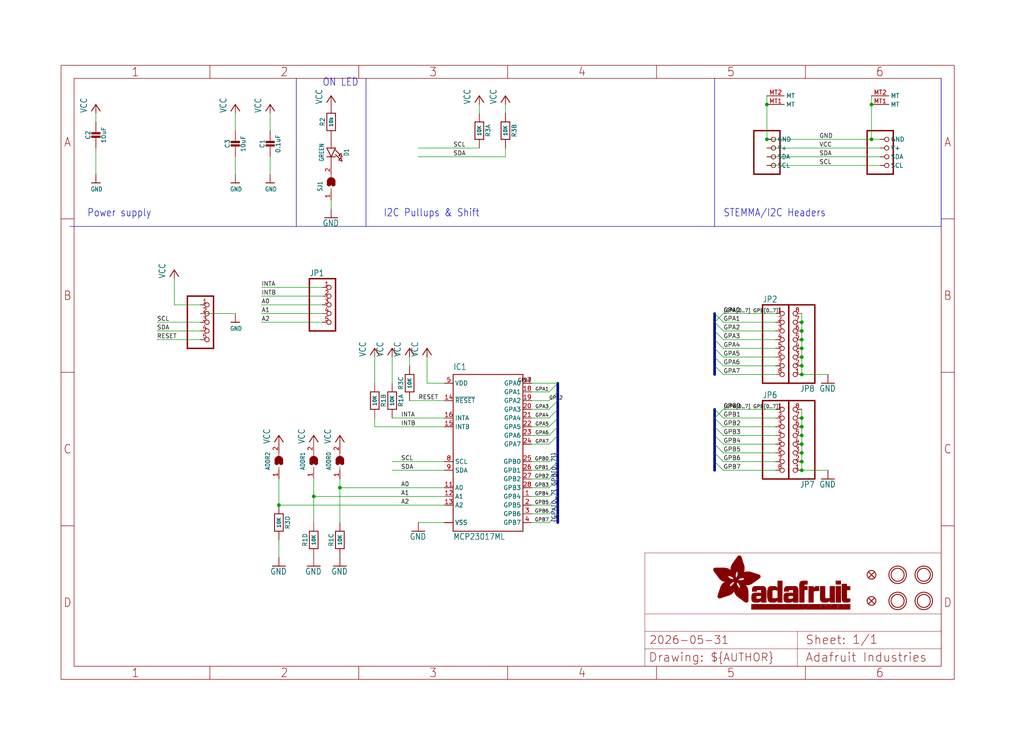
<source format=kicad_sch>
(kicad_sch (version 20230121) (generator eeschema)
  (paper "User" 298.45 217.322)
  (lib_symbols
    (symbol "working-eagle-import:CAP_CERAMIC0603_NO"
      (property "Reference" "C" (at -2.29 1.25 90))
      (symbol "CAP_CERAMIC0603_NO_1_0"
        (pin passive line (at 0 5.08 270) (length 2.54) (name "1") (number "1"))
        (pin passive line (at 0 -2.54 90) (length 2.54) (name "2") (number "2"))
      )
    )
    (symbol "working-eagle-import:CAP_CERAMIC0805-NOOUTLINE"
      (property "Reference" "C" (at -2.29 1.25 90))
      (symbol "CAP_CERAMIC0805-NOOUTLINE_1_0"
        (pin passive line (at 0 5.08 270) (length 2.54) (name "1") (number "1"))
        (pin passive line (at 0 -2.54 90) (length 2.54) (name "2") (number "2"))
      )
    )
    (symbol "working-eagle-import:FIDUCIAL_1MM")
    (symbol "working-eagle-import:FRAME_A4_ADAFRUIT"
      (symbol "FRAME_A4_ADAFRUIT_1_0"
        (text "${#}/${##}" (at 230.505 10.16 0) (effects (font (size 2.54 2.54)) (justify left bottom)))
        (text "${AUTHOR}" (at 189.23 5.08 0) (effects (font (size 2.286 2.286)) (justify left bottom)))
        (text "${CURRENT_DATE}" (at 171.45 10.16 0) (effects (font (size 2.286 2.286)) (justify left bottom)))
        (text "${PROJECTNAME}" (at 171.45 15.24 0) (effects (font (size 2.54 2.54)) (justify left bottom)))
        (text "1" (at 21.6958 1.905 0) (effects (font (size 2.54 2.286))))
        (text "1" (at 21.6958 177.165 0) (effects (font (size 2.54 2.286))))
        (text "2" (at 65.0875 1.905 0) (effects (font (size 2.54 2.286))))
        (text "2" (at 65.0875 177.165 0) (effects (font (size 2.54 2.286))))
        (text "3" (at 108.4792 1.905 0) (effects (font (size 2.54 2.286))))
        (text "3" (at 108.4792 177.165 0) (effects (font (size 2.54 2.286))))
        (text "4" (at 151.8708 1.905 0) (effects (font (size 2.54 2.286))))
        (text "4" (at 151.8708 177.165 0) (effects (font (size 2.54 2.286))))
        (text "5" (at 195.2625 1.905 0) (effects (font (size 2.54 2.286))))
        (text "5" (at 195.2625 177.165 0) (effects (font (size 2.54 2.286))))
        (text "6" (at 238.6542 1.905 0) (effects (font (size 2.54 2.286))))
        (text "6" (at 238.6542 177.165 0) (effects (font (size 2.54 2.286))))
        (text "A" (at 1.905 156.6863 0) (effects (font (size 2.54 2.286))))
        (text "A" (at 258.445 156.6863 0) (effects (font (size 2.54 2.286))))
        (text "Adafruit Industries" (at 216.916 4.953 0) (effects (font (size 2.54 2.54)) (justify left bottom)))
        (text "B" (at 1.905 111.9188 0) (effects (font (size 2.54 2.286))))
        (text "B" (at 258.445 111.9188 0) (effects (font (size 2.54 2.286))))
        (text "C" (at 1.905 67.1513 0) (effects (font (size 2.54 2.286))))
        (text "C" (at 258.445 67.1513 0) (effects (font (size 2.54 2.286))))
        (text "D" (at 1.905 22.3838 0) (effects (font (size 2.54 2.286))))
        (text "D" (at 258.445 22.3838 0) (effects (font (size 2.54 2.286))))
        (text "Drawing:" (at 171.196 4.953 0) (effects (font (size 2.54 2.54)) (justify left bottom)))
        (text "Sheet:" (at 216.916 10.033 0) (effects (font (size 2.54 2.54)) (justify left bottom)))
      )
    )
    (symbol "working-eagle-import:GND" (power)
      (property "Value" "GND" (at -1.524 -2.54 0))
      (symbol "GND_1_0"
        (pin power_in line (at 0 2.54 270) (length 2.54) (name "GND") (number "1"))
      )
    )
    (symbol "working-eagle-import:HEADER-1X570MIL"
      (property "Reference" "JP" (at -6.35 8.255 0))
      (symbol "HEADER-1X570MIL_1_0"
        (pin passive inverted (at -2.54 5.08 0) (length 2.54) (name "1") (number "1"))
        (pin passive inverted (at -2.54 2.54 0) (length 2.54) (name "2") (number "2"))
        (pin passive inverted (at -2.54 0 0) (length 2.54) (name "3") (number "3"))
        (pin passive inverted (at -2.54 -2.54 0) (length 2.54) (name "4") (number "4"))
        (pin passive inverted (at -2.54 -5.08 0) (length 2.54) (name "5") (number "5"))
      )
    )
    (symbol "working-eagle-import:HEADER-1X870MIL"
      (property "Reference" "JP" (at -6.35 13.335 0))
      (symbol "HEADER-1X870MIL_1_0"
        (pin passive inverted (at -2.54 10.16 0) (length 2.54) (name "1") (number "1"))
        (pin passive inverted (at -2.54 7.62 0) (length 2.54) (name "2") (number "2"))
        (pin passive inverted (at -2.54 5.08 0) (length 2.54) (name "3") (number "3"))
        (pin passive inverted (at -2.54 2.54 0) (length 2.54) (name "4") (number "4"))
        (pin passive inverted (at -2.54 0 0) (length 2.54) (name "5") (number "5"))
        (pin passive inverted (at -2.54 -2.54 0) (length 2.54) (name "6") (number "6"))
        (pin passive inverted (at -2.54 -5.08 0) (length 2.54) (name "7") (number "7"))
        (pin passive inverted (at -2.54 -7.62 0) (length 2.54) (name "8") (number "8"))
      )
    )
    (symbol "working-eagle-import:LED0603_NOOUTLINE"
      (property "Reference" "D" (at -1.27 4.445 0))
      (symbol "LED0603_NOOUTLINE_1_0"
        (pin passive line (at -5.08 0 0) (length 2.54) (name "A") (number "A"))
        (pin passive line (at 2.54 0 180) (length 2.54) (name "C") (number "C"))
      )
    )
    (symbol "working-eagle-import:MCP23017ML"
      (property "Reference" "IC" (at -10.16 24.13 0))
      (symbol "MCP23017ML_1_0"
        (pin bidirectional line (at 12.7 -12.7 180) (length 2.54) (name "GPB4") (number "1"))
        (pin input line (at -12.7 -10.16 0) (length 2.54) (name "A0") (number "11"))
        (pin input line (at -12.7 -12.7 0) (length 2.54) (name "A1") (number "12"))
        (pin input line (at -12.7 -15.24 0) (length 2.54) (name "A2") (number "13"))
        (pin input line (at -12.7 15.24 0) (length 2.54) (name "~{RESET}") (number "14"))
        (pin output line (at -12.7 7.62 0) (length 2.54) (name "INTB") (number "15"))
        (pin output line (at -12.7 10.16 0) (length 2.54) (name "INTA") (number "16"))
        (pin bidirectional line (at 12.7 20.32 180) (length 2.54) (name "GPA0") (number "17"))
        (pin bidirectional line (at 12.7 17.78 180) (length 2.54) (name "GPA1") (number "18"))
        (pin bidirectional line (at 12.7 15.24 180) (length 2.54) (name "GPA2") (number "19"))
        (pin bidirectional line (at 12.7 -15.24 180) (length 2.54) (name "GPB5") (number "2"))
        (pin bidirectional line (at 12.7 12.7 180) (length 2.54) (name "GPA3") (number "20"))
        (pin bidirectional line (at 12.7 10.16 180) (length 2.54) (name "GPA4") (number "21"))
        (pin bidirectional line (at 12.7 7.62 180) (length 2.54) (name "GPA5") (number "22"))
        (pin bidirectional line (at 12.7 5.08 180) (length 2.54) (name "GPA6") (number "23"))
        (pin bidirectional line (at 12.7 2.54 180) (length 2.54) (name "GPA7") (number "24"))
        (pin bidirectional line (at 12.7 -2.54 180) (length 2.54) (name "GPB0") (number "25"))
        (pin bidirectional line (at 12.7 -5.08 180) (length 2.54) (name "GPB1") (number "26"))
        (pin bidirectional line (at 12.7 -7.62 180) (length 2.54) (name "GPB2") (number "27"))
        (pin bidirectional line (at 12.7 -10.16 180) (length 2.54) (name "GPB3") (number "28"))
        (pin bidirectional line (at 12.7 -17.78 180) (length 2.54) (name "GPB6") (number "3"))
        (pin bidirectional line (at 12.7 -20.32 180) (length 2.54) (name "GPB7") (number "4"))
        (pin power_in line (at -12.7 20.32 0) (length 2.54) (name "VDD") (number "5"))
        (pin power_in line (at -12.7 -20.32 0) (length 2.54) (name "VSS") (number "6"))
        (pin input line (at -12.7 -2.54 0) (length 2.54) (name "SCL") (number "8"))
        (pin bidirectional line (at -12.7 -5.08 0) (length 2.54) (name "SDA") (number "9"))
        (pin power_in line (at -12.7 -20.32 0) (length 2.54) (name "VSS") (number "EXP"))
      )
    )
    (symbol "working-eagle-import:MOUNTINGHOLE2.5")
    (symbol "working-eagle-import:RESISTOR_0603_NOOUT"
      (property "Reference" "R" (at 0 2.54 0))
      (symbol "RESISTOR_0603_NOOUT_1_0"
        (pin passive line (at -5.08 0 0) (length 2.54) (name "1") (number "1"))
        (pin passive line (at 5.08 0 180) (length 2.54) (name "2") (number "2"))
      )
    )
    (symbol "working-eagle-import:RESISTOR_4PACK"
      (property "Reference" "R" (at 0 2.54 0))
      (symbol "RESISTOR_4PACK_1_0"
        (pin passive line (at -5.08 0 0) (length 2.54) (name "1") (number "1"))
        (pin passive line (at 5.08 0 180) (length 2.54) (name "2") (number "8"))
      )
      (symbol "RESISTOR_4PACK_2_0"
        (pin passive line (at -5.08 0 0) (length 2.54) (name "1") (number "2"))
        (pin passive line (at 5.08 0 180) (length 2.54) (name "2") (number "7"))
      )
      (symbol "RESISTOR_4PACK_3_0"
        (pin passive line (at -5.08 0 0) (length 2.54) (name "1") (number "3"))
        (pin passive line (at 5.08 0 180) (length 2.54) (name "2") (number "6"))
      )
      (symbol "RESISTOR_4PACK_4_0"
        (pin passive line (at -5.08 0 0) (length 2.54) (name "1") (number "4"))
        (pin passive line (at 5.08 0 180) (length 2.54) (name "2") (number "5"))
      )
    )
    (symbol "working-eagle-import:SOLDERJUMPER"
      (property "Reference" "SJ" (at -2.54 2.54 0))
      (symbol "SOLDERJUMPER_1_0"
        (pin passive line (at -5.08 0 0) (length 2.54) (name "1") (number "1"))
        (pin passive line (at 5.08 0 180) (length 2.54) (name "2") (number "2"))
      )
    )
    (symbol "working-eagle-import:SOLDERJUMPERCLOSED"
      (property "Reference" "SJ" (at -2.54 2.54 0))
      (symbol "SOLDERJUMPERCLOSED_1_0"
        (pin passive line (at -5.08 0 0) (length 2.54) (name "1") (number "1"))
        (pin passive line (at 5.08 0 180) (length 2.54) (name "2") (number "2"))
      )
    )
    (symbol "working-eagle-import:STEMMA_I2C_QT"
      (symbol "STEMMA_I2C_QT_1_0"
        (pin passive inverted (at 0 5.08 0) (length 2.54) (name "GND") (number "1"))
        (pin passive inverted (at 0 2.54 0) (length 2.54) (name "V+") (number "2"))
        (pin passive inverted (at 0 0 0) (length 2.54) (name "SDA") (number "3"))
        (pin passive inverted (at 0 -2.54 0) (length 2.54) (name "SCL") (number "4"))
      )
      (symbol "STEMMA_I2C_QT_2_0"
        (pin bidirectional line (at 0 0 0) (length 5.08) (name "MT") (number "MT1"))
      )
      (symbol "STEMMA_I2C_QT_3_0"
        (pin bidirectional line (at 0 0 0) (length 5.08) (name "MT") (number "MT2"))
      )
    )
    (symbol "working-eagle-import:VCC" (power)
      (property "Value" "VCC" (at -2.54 -2.54 90))
      (symbol "VCC_1_0"
        (pin power_in line (at 0 -2.54 90) (length 2.54) (name "VCC") (number "1"))
      )
    )
    (symbol "working-eagle-import:supply1_GND" (power)
      (property "Value" "supply1_GND" (at -2.54 -2.54 0))
      (symbol "supply1_GND_1_0"
        (pin power_in line (at 0 2.54 270) (length 2.54) (name "GND") (number "1"))
      )
    )
  )
  (junction (at 233.68 121.92))
  (junction (at 223.52 40.64))
  (junction (at 233.68 137.16))
  (junction (at 233.68 101.6))
  (junction (at 91.44 144.78))
  (junction (at 81.28 147.32))
  (junction (at 233.68 109.22))
  (junction (at 99.06 142.24))
  (junction (at 233.68 127))
  (junction (at 233.68 104.14))
  (junction (at 254 40.64))
  (junction (at 233.68 132.08))
  (junction (at 233.68 99.06))
  (junction (at 233.68 129.54))
  (junction (at 233.68 93.98))
  (junction (at 254 30.48))
  (junction (at 233.68 106.68))
  (junction (at 223.52 30.48))
  (junction (at 233.68 124.46))
  (junction (at 233.68 134.62))
  (junction (at 233.68 96.52))
  (bus_entry (at 210.82 119.38) (size -2.54 2.54))
  (bus_entry (at 160.02 119.38) (size 2.54 -2.54))
  (bus_entry (at 210.82 96.52) (size -2.54 -2.54))
  (bus_entry (at 160.02 149.86) (size 2.54 -2.54))
  (bus_entry (at 210.82 109.22) (size -2.54 -2.54))
  (bus_entry (at 210.82 93.98) (size -2.54 -2.54))
  (bus_entry (at 160.02 147.32) (size 2.54 -2.54))
  (bus_entry (at 210.82 134.62) (size -2.54 -2.54))
  (bus_entry (at 210.82 91.44) (size -2.54 2.54))
  (bus_entry (at 210.82 127) (size -2.54 -2.54))
  (bus_entry (at 160.02 116.84) (size 2.54 -2.54))
  (bus_entry (at 160.02 144.78) (size 2.54 -2.54))
  (bus_entry (at 160.02 137.16) (size 2.54 -2.54))
  (bus_entry (at 160.02 114.3) (size 2.54 -2.54))
  (bus_entry (at 160.02 127) (size 2.54 -2.54))
  (bus_entry (at 210.82 132.08) (size -2.54 -2.54))
  (bus_entry (at 210.82 99.06) (size -2.54 -2.54))
  (bus_entry (at 210.82 104.14) (size -2.54 -2.54))
  (bus_entry (at 160.02 152.4) (size 2.54 -2.54))
  (bus_entry (at 210.82 101.6) (size -2.54 -2.54))
  (bus_entry (at 210.82 129.54) (size -2.54 -2.54))
  (bus_entry (at 210.82 124.46) (size -2.54 -2.54))
  (bus_entry (at 160.02 139.7) (size 2.54 -2.54))
  (bus_entry (at 210.82 106.68) (size -2.54 -2.54))
  (bus_entry (at 160.02 124.46) (size 2.54 -2.54))
  (bus_entry (at 160.02 142.24) (size 2.54 -2.54))
  (bus_entry (at 160.02 134.62) (size 2.54 -2.54))
  (bus_entry (at 210.82 121.92) (size -2.54 -2.54))
  (bus_entry (at 160.02 121.92) (size 2.54 -2.54))
  (bus_entry (at 210.82 137.16) (size -2.54 -2.54))
  (bus_entry (at 160.02 129.54) (size 2.54 -2.54))
  (bus (pts (xy 208.28 127) (xy 208.28 129.54)) (stroke (width 0.762)))
  (wire (pts (xy 58.42 99.06) (xy 45.72 99.06)) (stroke (width 0.1524)))
  (polyline (pts (xy 86.36 66.04) (xy 106.68 66.04)) (stroke (width 0.1524) (type solid)))
  (wire (pts (xy 99.06 142.24) (xy 99.06 139.7)) (stroke (width 0.1524)))
  (bus (pts (xy 162.56 114.3) (xy 162.56 116.84)) (stroke (width 0.762)))
  (wire (pts (xy 154.94 149.86) (xy 160.02 149.86)) (stroke (width 0.1524)))
  (wire (pts (xy 129.54 144.78) (xy 91.44 144.78)) (stroke (width 0.1524)))
  (wire (pts (xy 154.94 124.46) (xy 160.02 124.46)) (stroke (width 0.1524)))
  (wire (pts (xy 76.2 86.36) (xy 93.98 86.36)) (stroke (width 0.1524)))
  (bus (pts (xy 208.28 119.38) (xy 208.28 121.92)) (stroke (width 0.762)))
  (wire (pts (xy 233.68 96.52) (xy 233.68 93.98)) (stroke (width 0.1524)))
  (wire (pts (xy 210.82 134.62) (xy 226.06 134.62)) (stroke (width 0.1524)))
  (wire (pts (xy 256.54 45.72) (xy 223.52 45.72)) (stroke (width 0.1524)))
  (polyline (pts (xy 106.68 66.04) (xy 208.28 66.04)) (stroke (width 0.1524) (type solid)))
  (wire (pts (xy 210.82 106.68) (xy 226.06 106.68)) (stroke (width 0.1524)))
  (bus (pts (xy 162.56 144.78) (xy 162.56 147.32)) (stroke (width 0.762)))
  (bus (pts (xy 162.56 134.62) (xy 162.56 137.16)) (stroke (width 0.762)))
  (bus (pts (xy 162.56 137.16) (xy 162.56 139.7)) (stroke (width 0.762)))
  (wire (pts (xy 233.68 99.06) (xy 233.68 96.52)) (stroke (width 0.1524)))
  (wire (pts (xy 58.42 96.52) (xy 45.72 96.52)) (stroke (width 0.1524)))
  (wire (pts (xy 27.94 50.8) (xy 27.94 43.18)) (stroke (width 0.1524)))
  (wire (pts (xy 210.82 127) (xy 226.06 127)) (stroke (width 0.1524)))
  (wire (pts (xy 226.06 96.52) (xy 210.82 96.52)) (stroke (width 0.1524)))
  (wire (pts (xy 124.46 111.76) (xy 124.46 104.14)) (stroke (width 0.1524)))
  (wire (pts (xy 223.52 30.48) (xy 223.52 40.64)) (stroke (width 0.1524)))
  (wire (pts (xy 147.32 45.72) (xy 121.92 45.72)) (stroke (width 0.1524)))
  (wire (pts (xy 99.06 152.4) (xy 99.06 142.24)) (stroke (width 0.1524)))
  (wire (pts (xy 78.74 33.02) (xy 78.74 38.1)) (stroke (width 0.1524)))
  (wire (pts (xy 68.58 45.72) (xy 68.58 50.8)) (stroke (width 0.1524)))
  (wire (pts (xy 147.32 43.18) (xy 147.32 45.72)) (stroke (width 0.1524)))
  (bus (pts (xy 162.56 119.38) (xy 162.56 121.92)) (stroke (width 0.762)))
  (wire (pts (xy 114.3 104.14) (xy 114.3 111.76)) (stroke (width 0.1524)))
  (wire (pts (xy 210.82 99.06) (xy 226.06 99.06)) (stroke (width 0.1524)))
  (wire (pts (xy 129.54 116.84) (xy 119.38 116.84)) (stroke (width 0.1524)))
  (wire (pts (xy 154.94 147.32) (xy 160.02 147.32)) (stroke (width 0.1524)))
  (bus (pts (xy 162.56 147.32) (xy 162.56 149.86)) (stroke (width 0.762)))
  (wire (pts (xy 210.82 93.98) (xy 226.06 93.98)) (stroke (width 0.1524)))
  (bus (pts (xy 208.28 96.52) (xy 208.28 99.06)) (stroke (width 0.762)))
  (wire (pts (xy 210.82 137.16) (xy 226.06 137.16)) (stroke (width 0.1524)))
  (wire (pts (xy 147.32 33.02) (xy 147.32 30.48)) (stroke (width 0.1524)))
  (wire (pts (xy 68.58 33.02) (xy 68.58 38.1)) (stroke (width 0.1524)))
  (wire (pts (xy 154.94 144.78) (xy 160.02 144.78)) (stroke (width 0.1524)))
  (wire (pts (xy 233.68 134.62) (xy 233.68 137.16)) (stroke (width 0.1524)))
  (wire (pts (xy 119.38 104.14) (xy 119.38 106.68)) (stroke (width 0.1524)))
  (wire (pts (xy 154.94 134.62) (xy 160.02 134.62)) (stroke (width 0.1524)))
  (wire (pts (xy 27.94 33.02) (xy 27.94 35.56)) (stroke (width 0.1524)))
  (wire (pts (xy 109.22 124.46) (xy 109.22 121.92)) (stroke (width 0.1524)))
  (bus (pts (xy 162.56 116.84) (xy 162.56 119.38)) (stroke (width 0.762)))
  (bus (pts (xy 162.56 149.86) (xy 162.56 152.4)) (stroke (width 0.762)))
  (polyline (pts (xy 86.36 22.86) (xy 86.36 66.04)) (stroke (width 0.1524) (type solid)))
  (wire (pts (xy 210.82 121.92) (xy 226.06 121.92)) (stroke (width 0.1524)))
  (wire (pts (xy 154.94 119.38) (xy 160.02 119.38)) (stroke (width 0.1524)))
  (bus (pts (xy 162.56 111.76) (xy 162.56 114.3)) (stroke (width 0.762)))
  (wire (pts (xy 256.54 40.64) (xy 254 40.64)) (stroke (width 0.1524)))
  (wire (pts (xy 154.94 116.84) (xy 160.02 116.84)) (stroke (width 0.1524)))
  (wire (pts (xy 129.54 147.32) (xy 81.28 147.32)) (stroke (width 0.1524)))
  (wire (pts (xy 233.68 106.68) (xy 233.68 104.14)) (stroke (width 0.1524)))
  (wire (pts (xy 129.54 142.24) (xy 99.06 142.24)) (stroke (width 0.1524)))
  (polyline (pts (xy 208.28 66.04) (xy 274.32 66.04)) (stroke (width 0.1524) (type solid)))
  (wire (pts (xy 254 40.64) (xy 223.52 40.64)) (stroke (width 0.1524)))
  (wire (pts (xy 91.44 139.7) (xy 91.44 144.78)) (stroke (width 0.1524)))
  (wire (pts (xy 254 27.94) (xy 254 30.48)) (stroke (width 0.1524)))
  (wire (pts (xy 241.3 137.16) (xy 233.68 137.16)) (stroke (width 0.1524)))
  (bus (pts (xy 162.56 124.46) (xy 162.56 127)) (stroke (width 0.762)))
  (wire (pts (xy 241.3 109.22) (xy 233.68 109.22)) (stroke (width 0.1524)))
  (bus (pts (xy 208.28 93.98) (xy 208.28 96.52)) (stroke (width 0.762)))
  (wire (pts (xy 96.52 60.96) (xy 96.52 58.42)) (stroke (width 0.1524)))
  (polyline (pts (xy 106.68 22.86) (xy 106.68 66.04)) (stroke (width 0.1524) (type solid)))
  (wire (pts (xy 233.68 109.22) (xy 233.68 106.68)) (stroke (width 0.1524)))
  (wire (pts (xy 50.8 88.9) (xy 50.8 81.28)) (stroke (width 0.1524)))
  (wire (pts (xy 223.52 27.94) (xy 223.52 30.48)) (stroke (width 0.1524)))
  (wire (pts (xy 154.94 137.16) (xy 160.02 137.16)) (stroke (width 0.1524)))
  (bus (pts (xy 208.28 132.08) (xy 208.28 134.62)) (stroke (width 0.762)))
  (wire (pts (xy 233.68 121.92) (xy 233.68 124.46)) (stroke (width 0.1524)))
  (wire (pts (xy 210.82 101.6) (xy 226.06 101.6)) (stroke (width 0.1524)))
  (wire (pts (xy 58.42 93.98) (xy 45.72 93.98)) (stroke (width 0.1524)))
  (wire (pts (xy 129.54 121.92) (xy 114.3 121.92)) (stroke (width 0.1524)))
  (wire (pts (xy 210.82 132.08) (xy 226.06 132.08)) (stroke (width 0.1524)))
  (wire (pts (xy 139.7 30.48) (xy 139.7 33.02)) (stroke (width 0.1524)))
  (wire (pts (xy 210.82 104.14) (xy 226.06 104.14)) (stroke (width 0.1524)))
  (wire (pts (xy 114.3 137.16) (xy 129.54 137.16)) (stroke (width 0.1524)))
  (wire (pts (xy 233.68 93.98) (xy 233.68 91.44)) (stroke (width 0.1524)))
  (bus (pts (xy 162.56 121.92) (xy 162.56 124.46)) (stroke (width 0.762)))
  (bus (pts (xy 208.28 99.06) (xy 208.28 101.6)) (stroke (width 0.762)))
  (wire (pts (xy 210.82 109.22) (xy 226.06 109.22)) (stroke (width 0.1524)))
  (wire (pts (xy 76.2 91.44) (xy 93.98 91.44)) (stroke (width 0.1524)))
  (wire (pts (xy 81.28 162.56) (xy 81.28 157.48)) (stroke (width 0.1524)))
  (wire (pts (xy 109.22 104.14) (xy 109.22 111.76)) (stroke (width 0.1524)))
  (bus (pts (xy 208.28 106.68) (xy 208.28 109.22)) (stroke (width 0.762)))
  (bus (pts (xy 208.28 124.46) (xy 208.28 127)) (stroke (width 0.762)))
  (wire (pts (xy 233.68 132.08) (xy 233.68 134.62)) (stroke (width 0.1524)))
  (wire (pts (xy 233.68 119.38) (xy 233.68 121.92)) (stroke (width 0.1524)))
  (wire (pts (xy 223.52 43.18) (xy 256.54 43.18)) (stroke (width 0.1524)))
  (wire (pts (xy 121.92 152.4) (xy 129.54 152.4)) (stroke (width 0.1524)))
  (wire (pts (xy 233.68 129.54) (xy 233.68 132.08)) (stroke (width 0.1524)))
  (wire (pts (xy 93.98 83.82) (xy 76.2 83.82)) (stroke (width 0.1524)))
  (wire (pts (xy 233.68 127) (xy 233.68 129.54)) (stroke (width 0.1524)))
  (wire (pts (xy 154.94 129.54) (xy 160.02 129.54)) (stroke (width 0.1524)))
  (wire (pts (xy 58.42 91.44) (xy 68.58 91.44)) (stroke (width 0.1524)))
  (wire (pts (xy 93.98 93.98) (xy 76.2 93.98)) (stroke (width 0.1524)))
  (wire (pts (xy 78.74 45.72) (xy 78.74 50.8)) (stroke (width 0.1524)))
  (polyline (pts (xy 208.28 22.86) (xy 208.28 66.04)) (stroke (width 0.1524) (type solid)))
  (wire (pts (xy 139.7 43.18) (xy 121.92 43.18)) (stroke (width 0.1524)))
  (bus (pts (xy 208.28 104.14) (xy 208.28 106.68)) (stroke (width 0.762)))
  (bus (pts (xy 162.56 139.7) (xy 162.56 142.24)) (stroke (width 0.762)))
  (bus (pts (xy 208.28 129.54) (xy 208.28 132.08)) (stroke (width 0.762)))
  (wire (pts (xy 109.22 124.46) (xy 129.54 124.46)) (stroke (width 0.1524)))
  (bus (pts (xy 208.28 101.6) (xy 208.28 104.14)) (stroke (width 0.762)))
  (wire (pts (xy 254 30.48) (xy 254 40.64)) (stroke (width 0.1524)))
  (wire (pts (xy 93.98 88.9) (xy 76.2 88.9)) (stroke (width 0.1524)))
  (wire (pts (xy 154.94 121.92) (xy 160.02 121.92)) (stroke (width 0.1524)))
  (bus (pts (xy 162.56 127) (xy 162.56 132.08)) (stroke (width 0.762)))
  (wire (pts (xy 154.94 127) (xy 160.02 127)) (stroke (width 0.1524)))
  (wire (pts (xy 233.68 101.6) (xy 233.68 99.06)) (stroke (width 0.1524)))
  (wire (pts (xy 154.94 139.7) (xy 160.02 139.7)) (stroke (width 0.1524)))
  (wire (pts (xy 154.94 142.24) (xy 160.02 142.24)) (stroke (width 0.1524)))
  (wire (pts (xy 154.94 152.4) (xy 160.02 152.4)) (stroke (width 0.1524)))
  (wire (pts (xy 154.94 111.76) (xy 162.56 111.76)) (stroke (width 0.1524)))
  (wire (pts (xy 233.68 124.46) (xy 233.68 127)) (stroke (width 0.1524)))
  (wire (pts (xy 91.44 144.78) (xy 91.44 152.4)) (stroke (width 0.1524)))
  (wire (pts (xy 129.54 134.62) (xy 114.3 134.62)) (stroke (width 0.1524)))
  (wire (pts (xy 210.82 91.44) (xy 226.06 91.44)) (stroke (width 0.1524)))
  (wire (pts (xy 129.54 111.76) (xy 124.46 111.76)) (stroke (width 0.1524)))
  (bus (pts (xy 208.28 134.62) (xy 208.28 137.16)) (stroke (width 0.762)))
  (polyline (pts (xy 274.32 22.86) (xy 274.32 66.04)) (stroke (width 0.1524) (type solid)))
  (bus (pts (xy 208.28 121.92) (xy 208.28 124.46)) (stroke (width 0.762)))
  (wire (pts (xy 210.82 119.38) (xy 226.06 119.38)) (stroke (width 0.1524)))
  (bus (pts (xy 208.28 91.44) (xy 208.28 93.98)) (stroke (width 0.762)))
  (wire (pts (xy 233.68 104.14) (xy 233.68 101.6)) (stroke (width 0.1524)))
  (wire (pts (xy 81.28 147.32) (xy 81.28 139.7)) (stroke (width 0.1524)))
  (polyline (pts (xy 20.32 66.04) (xy 86.36 66.04)) (stroke (width 0.1524) (type solid)))
  (bus (pts (xy 162.56 132.08) (xy 162.56 134.62)) (stroke (width 0.762)))
  (wire (pts (xy 223.52 48.26) (xy 256.54 48.26)) (stroke (width 0.1524)))
  (bus (pts (xy 162.56 142.24) (xy 162.56 144.78)) (stroke (width 0.762)))
  (wire (pts (xy 154.94 114.3) (xy 160.02 114.3)) (stroke (width 0.1524)))
  (wire (pts (xy 58.42 88.9) (xy 50.8 88.9)) (stroke (width 0.1524)))
  (wire (pts (xy 210.82 124.46) (xy 226.06 124.46)) (stroke (width 0.1524)))
  (wire (pts (xy 210.82 129.54) (xy 226.06 129.54)) (stroke (width 0.1524)))
  (text "STEMMA/I2C Headers" (at 210.82 63.5 0) (effects (font (size 2.1844 1.8567)) (justify left bottom)))
  (text "ON LED" (at 93.98 25.4 0) (effects (font (size 2.1844 1.8567)) (justify left bottom)))
  (text "I2C Pullups & Shift" (at 111.76 63.5 0) (effects (font (size 2.1844 1.8567)) (justify left bottom)))
  (text "Power supply" (at 25.4 63.5 0) (effects (font (size 2.1844 1.8567)) (justify left bottom)))
  (label "GPB5" (at 210.82 132.08 0) (effects (font (size 1.2446 1.2446))))
  (label "GPB4" (at 160.02 144.78 180) (effects (font (size 1.016 1.016))))
  (label "GPB6" (at 210.82 134.62 0) (effects (font (size 1.2446 1.2446))))
  (label "VCC" (at 238.76 43.18 0) (effects (font (size 1.2446 1.2446))))
  (label "GPB1" (at 210.82 121.92 0) (effects (font (size 1.2446 1.2446))))
  (label "GPA6" (at 210.82 106.68 0) (effects (font (size 1.2446 1.2446))))
  (label "GPB0" (at 160.02 134.62 180) (effects (font (size 1.016 1.016))))
  (label "SDA" (at 132.08 45.72 0) (effects (font (size 1.2446 1.2446))))
  (label "GND" (at 238.76 40.64 0) (effects (font (size 1.2446 1.2446))))
  (label "A1" (at 116.84 144.78 0) (effects (font (size 1.2446 1.2446))))
  (label "{GPA[0..7] GPB[0..7]}" (at 210.82 91.44 0) (effects (font (size 1.016 1.016))))
  (label "GPB4" (at 210.82 129.54 0) (effects (font (size 1.2446 1.2446))))
  (label "GPA1" (at 210.82 93.98 0) (effects (font (size 1.2446 1.2446))))
  (label "GPB2" (at 160.02 139.7 180) (effects (font (size 1.016 1.016))))
  (label "{GPA[0..7] GPB[0..7]}" (at 210.82 119.38 0) (effects (font (size 1.016 1.016))))
  (label "SDA" (at 45.72 96.52 0) (effects (font (size 1.2446 1.2446))))
  (label "INTB" (at 76.2 86.36 0) (effects (font (size 1.2446 1.2446))))
  (label "GPA3" (at 210.82 99.06 0) (effects (font (size 1.2446 1.2446))))
  (label "GPA2" (at 160.02 116.84 0) (effects (font (size 1.016 1.016))))
  (label "GPB1" (at 160.02 137.16 180) (effects (font (size 1.016 1.016))))
  (label "GPA6" (at 160.02 127 180) (effects (font (size 1.016 1.016))))
  (label "A0" (at 116.84 142.24 0) (effects (font (size 1.2446 1.2446))))
  (label "GPB3" (at 210.82 127 0) (effects (font (size 1.2446 1.2446))))
  (label "GPB7" (at 160.02 152.4 180) (effects (font (size 1.016 1.016))))
  (label "GPA7" (at 160.02 129.54 180) (effects (font (size 1.016 1.016))))
  (label "{GPA[0..7] GPB[0..7]}" (at 162.56 152.4 90) (effects (font (size 1.2446 1.2446))))
  (label "SDA" (at 116.84 137.16 0) (effects (font (size 1.2446 1.2446))))
  (label "GPA4" (at 210.82 101.6 0) (effects (font (size 1.2446 1.2446))))
  (label "SCL" (at 116.84 134.62 0) (effects (font (size 1.2446 1.2446))))
  (label "GPA4" (at 160.02 121.92 180) (effects (font (size 1.016 1.016))))
  (label "SCL" (at 238.76 48.26 0) (effects (font (size 1.2446 1.2446))))
  (label "A1" (at 76.2 91.44 0) (effects (font (size 1.2446 1.2446))))
  (label "A2" (at 116.84 147.32 0) (effects (font (size 1.2446 1.2446))))
  (label "INTB" (at 116.84 124.46 0) (effects (font (size 1.2446 1.2446))))
  (label "GPA1" (at 160.02 114.3 180) (effects (font (size 1.016 1.016))))
  (label "GPA0" (at 210.82 91.44 0) (effects (font (size 1.2446 1.2446))))
  (label "SDA" (at 238.76 45.72 0) (effects (font (size 1.2446 1.2446))))
  (label "RESET" (at 121.92 116.84 0) (effects (font (size 1.2446 1.2446))))
  (label "GPA5" (at 210.82 104.14 0) (effects (font (size 1.2446 1.2446))))
  (label "GPB3" (at 160.02 142.24 180) (effects (font (size 1.016 1.016))))
  (label "A2" (at 76.2 93.98 0) (effects (font (size 1.2446 1.2446))))
  (label "GPB0" (at 210.82 119.38 0) (effects (font (size 1.2446 1.2446))))
  (label "GPB6" (at 160.02 149.86 180) (effects (font (size 1.016 1.016))))
  (label "SCL" (at 132.08 43.18 0) (effects (font (size 1.2446 1.2446))))
  (label "GPA7" (at 210.82 109.22 0) (effects (font (size 1.2446 1.2446))))
  (label "RESET" (at 45.72 99.06 0) (effects (font (size 1.2446 1.2446))))
  (label "A0" (at 76.2 88.9 0) (effects (font (size 1.2446 1.2446))))
  (label "GPA0" (at 154.94 111.76 180) (effects (font (size 1.016 1.016))))
  (label "GPA5" (at 160.02 124.46 180) (effects (font (size 1.016 1.016))))
  (label "INTA" (at 76.2 83.82 0) (effects (font (size 1.2446 1.2446))))
  (label "GPA2" (at 210.82 96.52 0) (effects (font (size 1.2446 1.2446))))
  (label "GPB2" (at 210.82 124.46 0) (effects (font (size 1.2446 1.2446))))
  (label "SCL" (at 45.72 93.98 0) (effects (font (size 1.2446 1.2446))))
  (label "GPB7" (at 210.82 137.16 0) (effects (font (size 1.2446 1.2446))))
  (label "GPA3" (at 160.02 119.38 180) (effects (font (size 1.016 1.016))))
  (label "GPB5" (at 160.02 147.32 180) (effects (font (size 1.016 1.016))))
  (label "INTA" (at 116.84 121.92 0) (effects (font (size 1.2446 1.2446))))
  (symbol (lib_id "working-eagle-import:SOLDERJUMPER") (at 99.06 134.62 90) (unit 1)
    (property "Reference" "ADDR0" (at 96.52 137.16 0) (effects (font (size 1.27 1.0795)) (justify left bottom)))
    (property "Value" "SOLDERJUMPER" (effects hide))
    (property "Footprint" "working:SOLDERJUMPER_ARROW_NOPASTE" (effects hide))
  )
  (symbol (lib_id "working-eagle-import:MOUNTINGHOLE2.5") (at 261.62 175.26 0) (unit 1)
    (property "Reference" "U$1" (effects hide))
    (property "Value" "MOUNTINGHOLE2.5" (effects hide))
    (property "Footprint" "working:MOUNTINGHOLE_2.5_PLATED" (effects hide))
  )
  (symbol (lib_id "working-eagle-import:MCP23017ML") (at 142.24 132.08 0) (unit 1)
    (property "Reference" "IC1" (at 132.08 107.95 0) (effects (font (size 1.778 1.5113)) (justify left bottom)))
    (property "Value" "MCP23017ML" (at 132.08 157.48 0) (effects (font (size 1.778 1.5113)) (justify left bottom)))
    (property "Footprint" "working:QFN28-ML_6X6MM" (effects hide))
  )
  (symbol (lib_id "working-eagle-import:LED0603_NOOUTLINE") (at 96.52 45.72 270) (unit 1)
    (property "Reference" "D1" (at 100.965 44.45 0) (effects (font (size 1.27 1.0795))))
    (property "Value" "GREEN" (at 93.726 44.45 0) (effects (font (size 1.27 1.0795))))
    (property "Footprint" "working:CHIPLED_0603_NOOUTLINE" (effects hide))
  )
  (symbol (lib_id "working-eagle-import:VCC") (at 124.46 101.6 0) (unit 1)
    (property "Reference" "#P+8" (effects hide))
    (property "Value" "VCC" (at 121.92 104.14 90) (effects (font (size 1.778 1.5113)) (justify left bottom)))
  )
  (symbol (lib_id "working-eagle-import:SOLDERJUMPER") (at 81.28 134.62 90) (unit 1)
    (property "Reference" "ADDR2" (at 78.74 137.16 0) (effects (font (size 1.27 1.0795)) (justify left bottom)))
    (property "Value" "SOLDERJUMPER" (effects hide))
    (property "Footprint" "working:SOLDERJUMPER_ARROW_NOPASTE" (effects hide))
  )
  (symbol (lib_id "working-eagle-import:GND") (at 27.94 53.34 0) (unit 1)
    (property "Reference" "#U$13" (effects hide))
    (property "Value" "GND" (at 26.416 55.88 0) (effects (font (size 1.27 1.0795)) (justify left bottom)))
  )
  (symbol (lib_id "working-eagle-import:RESISTOR_4PACK") (at 91.44 157.48 90) (unit 4)
    (property "Reference" "R1" (at 88.9 157.48 0))
    (property "Value" "10K" (at 91.44 157.48 0) (effects (font (size 1.016 1.016) bold)))
    (property "Footprint" "working:RESPACK_4X0603" (effects hide))
  )
  (symbol (lib_id "working-eagle-import:STEMMA_I2C_QT") (at 254 30.48 0) (unit 2)
    (property "Reference" "CONN4" (effects hide))
    (property "Value" "STEMMA_I2C_QT" (effects hide))
    (property "Footprint" "working:JST_SH4" (effects hide))
  )
  (symbol (lib_id "working-eagle-import:STEMMA_I2C_QT") (at 256.54 45.72 0) (unit 1)
    (property "Reference" "CONN4" (effects hide))
    (property "Value" "STEMMA_I2C_QT" (effects hide))
    (property "Footprint" "working:JST_SH4" (effects hide))
  )
  (symbol (lib_id "working-eagle-import:RESISTOR_4PACK") (at 81.28 152.4 270) (unit 4)
    (property "Reference" "R3" (at 83.82 152.4 0))
    (property "Value" "10K" (at 81.28 152.4 0) (effects (font (size 1.016 1.016) bold)))
    (property "Footprint" "working:RESPACK_4X0603" (effects hide))
  )
  (symbol (lib_id "working-eagle-import:VCC") (at 68.58 30.48 0) (unit 1)
    (property "Reference" "#P+5" (effects hide))
    (property "Value" "VCC" (at 66.04 33.02 90) (effects (font (size 1.778 1.5113)) (justify left bottom)))
  )
  (symbol (lib_id "working-eagle-import:VCC") (at 81.28 127 0) (unit 1)
    (property "Reference" "#P+13" (effects hide))
    (property "Value" "VCC" (at 78.74 129.54 90) (effects (font (size 1.778 1.5113)) (justify left bottom)))
  )
  (symbol (lib_id "working-eagle-import:supply1_GND") (at 96.52 63.5 0) (unit 1)
    (property "Reference" "#GND6" (effects hide))
    (property "Value" "GND" (at 93.98 66.04 0) (effects (font (size 1.778 1.5113)) (justify left bottom)))
  )
  (symbol (lib_id "working-eagle-import:supply1_GND") (at 81.28 165.1 0) (unit 1)
    (property "Reference" "#GND4" (effects hide))
    (property "Value" "GND" (at 78.74 167.64 0) (effects (font (size 1.778 1.5113)) (justify left bottom)))
  )
  (symbol (lib_id "working-eagle-import:HEADER-1X870MIL") (at 228.6 129.54 0) (unit 1)
    (property "Reference" "JP6" (at 222.25 116.205 0) (effects (font (size 1.778 1.5113)) (justify left bottom)))
    (property "Value" "HEADER-1X870MIL" (effects hide))
    (property "Footprint" "working:1X08_ROUND_70" (effects hide))
  )
  (symbol (lib_id "working-eagle-import:SOLDERJUMPER") (at 91.44 134.62 90) (unit 1)
    (property "Reference" "ADDR1" (at 88.9 137.16 0) (effects (font (size 1.27 1.0795)) (justify left bottom)))
    (property "Value" "SOLDERJUMPER" (effects hide))
    (property "Footprint" "working:SOLDERJUMPER_ARROW_NOPASTE" (effects hide))
  )
  (symbol (lib_id "working-eagle-import:VCC") (at 147.32 27.94 0) (unit 1)
    (property "Reference" "#P+2" (effects hide))
    (property "Value" "VCC" (at 144.78 30.48 90) (effects (font (size 1.778 1.5113)) (justify left bottom)))
  )
  (symbol (lib_id "working-eagle-import:supply1_GND") (at 99.06 165.1 0) (unit 1)
    (property "Reference" "#GND7" (effects hide))
    (property "Value" "GND" (at 96.52 167.64 0) (effects (font (size 1.778 1.5113)) (justify left bottom)))
  )
  (symbol (lib_id "working-eagle-import:VCC") (at 139.7 27.94 0) (unit 1)
    (property "Reference" "#P+1" (effects hide))
    (property "Value" "VCC" (at 137.16 30.48 90) (effects (font (size 1.778 1.5113)) (justify left bottom)))
  )
  (symbol (lib_id "working-eagle-import:MOUNTINGHOLE2.5") (at 269.24 175.26 0) (unit 1)
    (property "Reference" "U$21" (effects hide))
    (property "Value" "MOUNTINGHOLE2.5" (effects hide))
    (property "Footprint" "working:MOUNTINGHOLE_2.5_PLATED" (effects hide))
  )
  (symbol (lib_id "working-eagle-import:VCC") (at 96.52 27.94 0) (unit 1)
    (property "Reference" "#P+7" (effects hide))
    (property "Value" "VCC" (at 93.98 30.48 90) (effects (font (size 1.778 1.5113)) (justify left bottom)))
  )
  (symbol (lib_id "working-eagle-import:STEMMA_I2C_QT") (at 223.52 45.72 0) (unit 1)
    (property "Reference" "CONN3" (effects hide))
    (property "Value" "STEMMA_I2C_QT" (effects hide))
    (property "Footprint" "working:JST_SH4" (effects hide))
  )
  (symbol (lib_id "working-eagle-import:CAP_CERAMIC0805-NOOUTLINE") (at 27.94 40.64 0) (unit 1)
    (property "Reference" "C2" (at 25.65 39.39 90))
    (property "Value" "10uF" (at 30.24 39.39 90))
    (property "Footprint" "working:0805-NO" (effects hide))
  )
  (symbol (lib_id "working-eagle-import:supply1_GND") (at 241.3 139.7 0) (unit 1)
    (property "Reference" "#GND8" (effects hide))
    (property "Value" "GND" (at 238.76 142.24 0) (effects (font (size 1.778 1.5113)) (justify left bottom)))
  )
  (symbol (lib_id "working-eagle-import:HEADER-1X570MIL") (at 60.96 93.98 0) (unit 1)
    (property "Reference" "JP5" (effects hide))
    (property "Value" "HEADER-1X570MIL" (effects hide))
    (property "Footprint" "working:1X05_ROUND_70" (effects hide))
  )
  (symbol (lib_id "working-eagle-import:CAP_CERAMIC0805-NOOUTLINE") (at 68.58 43.18 0) (unit 1)
    (property "Reference" "C3" (at 66.29 41.93 90))
    (property "Value" "10uF" (at 70.88 41.93 90))
    (property "Footprint" "working:0805-NO" (effects hide))
  )
  (symbol (lib_id "working-eagle-import:MOUNTINGHOLE2.5") (at 261.62 167.64 0) (unit 1)
    (property "Reference" "U$17" (effects hide))
    (property "Value" "MOUNTINGHOLE2.5" (effects hide))
    (property "Footprint" "working:MOUNTINGHOLE_2.5_PLATED" (effects hide))
  )
  (symbol (lib_id "working-eagle-import:HEADER-1X870MIL") (at 231.14 127 180) (unit 1)
    (property "Reference" "JP7" (at 237.49 140.335 0) (effects (font (size 1.778 1.5113)) (justify left bottom)))
    (property "Value" "HEADER-1X870MIL" (effects hide))
    (property "Footprint" "working:1X08_ROUND_70" (effects hide))
  )
  (symbol (lib_id "working-eagle-import:HEADER-1X870MIL") (at 231.14 99.06 180) (unit 1)
    (property "Reference" "JP8" (at 237.49 112.395 0) (effects (font (size 1.778 1.5113)) (justify left bottom)))
    (property "Value" "HEADER-1X870MIL" (effects hide))
    (property "Footprint" "working:1X08_ROUND_70" (effects hide))
  )
  (symbol (lib_id "working-eagle-import:HEADER-1X570MIL") (at 96.52 88.9 0) (unit 1)
    (property "Reference" "JP1" (at 90.17 80.645 0) (effects (font (size 1.778 1.5113)) (justify left bottom)))
    (property "Value" "HEADER-1X570MIL" (effects hide))
    (property "Footprint" "working:1X05_ROUND_70" (effects hide))
  )
  (symbol (lib_id "working-eagle-import:RESISTOR_0603_NOOUT") (at 96.52 35.56 90) (unit 1)
    (property "Reference" "R2" (at 93.98 35.56 0))
    (property "Value" "10k" (at 96.52 35.56 0) (effects (font (size 1.016 1.016) bold)))
    (property "Footprint" "working:0603-NO" (effects hide))
  )
  (symbol (lib_id "working-eagle-import:RESISTOR_4PACK") (at 119.38 111.76 90) (unit 3)
    (property "Reference" "R3" (at 116.84 111.76 0))
    (property "Value" "10K" (at 119.38 111.76 0) (effects (font (size 1.016 1.016) bold)))
    (property "Footprint" "working:RESPACK_4X0603" (effects hide))
  )
  (symbol (lib_id "working-eagle-import:VCC") (at 119.38 101.6 0) (unit 1)
    (property "Reference" "#P+14" (effects hide))
    (property "Value" "VCC" (at 116.84 104.14 90) (effects (font (size 1.778 1.5113)) (justify left bottom)))
  )
  (symbol (lib_id "working-eagle-import:FRAME_A4_ADAFRUIT") (at 17.78 198.12 0) (unit 1)
    (property "Reference" "#U$18" (effects hide))
    (property "Value" "FRAME_A4_ADAFRUIT" (effects hide))
  )
  (symbol (lib_id "working-eagle-import:RESISTOR_4PACK") (at 147.32 38.1 270) (unit 2)
    (property "Reference" "R3" (at 149.86 38.1 0))
    (property "Value" "10K" (at 147.32 38.1 0) (effects (font (size 1.016 1.016) bold)))
    (property "Footprint" "working:RESPACK_4X0603" (effects hide))
  )
  (symbol (lib_id "working-eagle-import:RESISTOR_4PACK") (at 99.06 157.48 90) (unit 3)
    (property "Reference" "R1" (at 96.52 157.48 0))
    (property "Value" "10K" (at 99.06 157.48 0) (effects (font (size 1.016 1.016) bold)))
    (property "Footprint" "working:RESPACK_4X0603" (effects hide))
  )
  (symbol (lib_id "working-eagle-import:supply1_GND") (at 91.44 165.1 0) (unit 1)
    (property "Reference" "#GND1" (effects hide))
    (property "Value" "GND" (at 88.9 167.64 0) (effects (font (size 1.778 1.5113)) (justify left bottom)))
  )
  (symbol (lib_id "working-eagle-import:GND") (at 68.58 53.34 0) (unit 1)
    (property "Reference" "#U$5" (effects hide))
    (property "Value" "GND" (at 67.056 55.88 0) (effects (font (size 1.27 1.0795)) (justify left bottom)))
  )
  (symbol (lib_id "working-eagle-import:RESISTOR_4PACK") (at 139.7 38.1 270) (unit 1)
    (property "Reference" "R3" (at 142.24 38.1 0))
    (property "Value" "10K" (at 139.7 38.1 0) (effects (font (size 1.016 1.016) bold)))
    (property "Footprint" "working:RESPACK_4X0603" (effects hide))
  )
  (symbol (lib_id "working-eagle-import:STEMMA_I2C_QT") (at 223.52 27.94 0) (unit 3)
    (property "Reference" "CONN3" (effects hide))
    (property "Value" "STEMMA_I2C_QT" (effects hide))
    (property "Footprint" "working:JST_SH4" (effects hide))
  )
  (symbol (lib_id "working-eagle-import:FIDUCIAL_1MM") (at 254 175.26 0) (unit 1)
    (property "Reference" "FID3" (effects hide))
    (property "Value" "FIDUCIAL_1MM" (effects hide))
    (property "Footprint" "working:FIDUCIAL_1MM" (effects hide))
  )
  (symbol (lib_id "working-eagle-import:supply1_GND") (at 121.92 154.94 0) (unit 1)
    (property "Reference" "#GND3" (effects hide))
    (property "Value" "GND" (at 119.38 157.48 0) (effects (font (size 1.778 1.5113)) (justify left bottom)))
  )
  (symbol (lib_id "working-eagle-import:RESISTOR_4PACK") (at 114.3 116.84 270) (unit 1)
    (property "Reference" "R1" (at 116.84 116.84 0))
    (property "Value" "10K" (at 114.3 116.84 0) (effects (font (size 1.016 1.016) bold)))
    (property "Footprint" "working:RESPACK_4X0603" (effects hide))
  )
  (symbol (lib_id "working-eagle-import:supply1_GND") (at 241.3 111.76 0) (unit 1)
    (property "Reference" "#GND9" (effects hide))
    (property "Value" "GND" (at 238.76 114.3 0) (effects (font (size 1.778 1.5113)) (justify left bottom)))
  )
  (symbol (lib_id "working-eagle-import:VCC") (at 114.3 101.6 0) (unit 1)
    (property "Reference" "#P+9" (effects hide))
    (property "Value" "VCC" (at 111.76 104.14 90) (effects (font (size 1.778 1.5113)) (justify left bottom)))
  )
  (symbol (lib_id "working-eagle-import:VCC") (at 99.06 127 0) (unit 1)
    (property "Reference" "#P+11" (effects hide))
    (property "Value" "VCC" (at 96.52 129.54 90) (effects (font (size 1.778 1.5113)) (justify left bottom)))
  )
  (symbol (lib_id "working-eagle-import:HEADER-1X870MIL") (at 228.6 101.6 0) (unit 1)
    (property "Reference" "JP2" (at 222.25 88.265 0) (effects (font (size 1.778 1.5113)) (justify left bottom)))
    (property "Value" "HEADER-1X870MIL" (effects hide))
    (property "Footprint" "working:1X08_ROUND_70" (effects hide))
  )
  (symbol (lib_id "working-eagle-import:MOUNTINGHOLE2.5") (at 269.24 167.64 0) (unit 1)
    (property "Reference" "U$19" (effects hide))
    (property "Value" "MOUNTINGHOLE2.5" (effects hide))
    (property "Footprint" "working:MOUNTINGHOLE_2.5_PLATED" (effects hide))
  )
  (symbol (lib_id "working-eagle-import:STEMMA_I2C_QT") (at 223.52 30.48 0) (unit 2)
    (property "Reference" "CONN3" (effects hide))
    (property "Value" "STEMMA_I2C_QT" (effects hide))
    (property "Footprint" "working:JST_SH4" (effects hide))
  )
  (symbol (lib_id "working-eagle-import:CAP_CERAMIC0603_NO") (at 78.74 43.18 0) (unit 1)
    (property "Reference" "C1" (at 76.45 41.93 90))
    (property "Value" "0.1uF" (at 81.04 41.93 90))
    (property "Footprint" "working:0603-NO" (effects hide))
  )
  (symbol (lib_id "working-eagle-import:VCC") (at 50.8 78.74 0) (unit 1)
    (property "Reference" "#P+4" (effects hide))
    (property "Value" "VCC" (at 48.26 81.28 90) (effects (font (size 1.778 1.5113)) (justify left bottom)))
  )
  (symbol (lib_id "working-eagle-import:SOLDERJUMPERCLOSED") (at 96.52 53.34 90) (unit 1)
    (property "Reference" "SJ1" (at 93.98 55.88 0) (effects (font (size 1.27 1.0795)) (justify left bottom)))
    (property "Value" "SOLDERJUMPERCLOSED" (effects hide))
    (property "Footprint" "working:SOLDERJUMPER_CLOSEDWIRE" (effects hide))
  )
  (symbol (lib_id "working-eagle-import:GND") (at 68.58 93.98 0) (unit 1)
    (property "Reference" "#U$10" (effects hide))
    (property "Value" "GND" (at 67.056 96.52 0) (effects (font (size 1.27 1.0795)) (justify left bottom)))
  )
  (symbol (lib_id "working-eagle-import:VCC") (at 78.74 30.48 0) (unit 1)
    (property "Reference" "#P+6" (effects hide))
    (property "Value" "VCC" (at 76.2 33.02 90) (effects (font (size 1.778 1.5113)) (justify left bottom)))
  )
  (symbol (lib_id "working-eagle-import:FIDUCIAL_1MM") (at 254 167.64 0) (unit 1)
    (property "Reference" "FID4" (effects hide))
    (property "Value" "FIDUCIAL_1MM" (effects hide))
    (property "Footprint" "working:FIDUCIAL_1MM" (effects hide))
  )
  (symbol (lib_id "working-eagle-import:STEMMA_I2C_QT") (at 254 27.94 0) (unit 3)
    (property "Reference" "CONN4" (effects hide))
    (property "Value" "STEMMA_I2C_QT" (effects hide))
    (property "Footprint" "working:JST_SH4" (effects hide))
  )
  (symbol (lib_id "working-eagle-import:VCC") (at 109.22 101.6 0) (unit 1)
    (property "Reference" "#P+10" (effects hide))
    (property "Value" "VCC" (at 106.68 104.14 90) (effects (font (size 1.778 1.5113)) (justify left bottom)))
  )
  (symbol (lib_id "working-eagle-import:VCC") (at 27.94 30.48 0) (unit 1)
    (property "Reference" "#P+3" (effects hide))
    (property "Value" "VCC" (at 25.4 33.02 90) (effects (font (size 1.778 1.5113)) (justify left bottom)))
  )
  (symbol (lib_id "working-eagle-import:VCC") (at 91.44 127 0) (unit 1)
    (property "Reference" "#P+12" (effects hide))
    (property "Value" "VCC" (at 88.9 129.54 90) (effects (font (size 1.778 1.5113)) (justify left bottom)))
  )
  (symbol (lib_id "working-eagle-import:RESISTOR_4PACK") (at 109.22 116.84 270) (unit 2)
    (property "Reference" "R1" (at 111.76 116.84 0))
    (property "Value" "10K" (at 109.22 116.84 0) (effects (font (size 1.016 1.016) bold)))
    (property "Footprint" "working:RESPACK_4X0603" (effects hide))
  )
  (symbol (lib_id "working-eagle-import:GND") (at 78.74 53.34 0) (unit 1)
    (property "Reference" "#U$6" (effects hide))
    (property "Value" "GND" (at 77.216 55.88 0) (effects (font (size 1.27 1.0795)) (justify left bottom)))
  )
)
</source>
